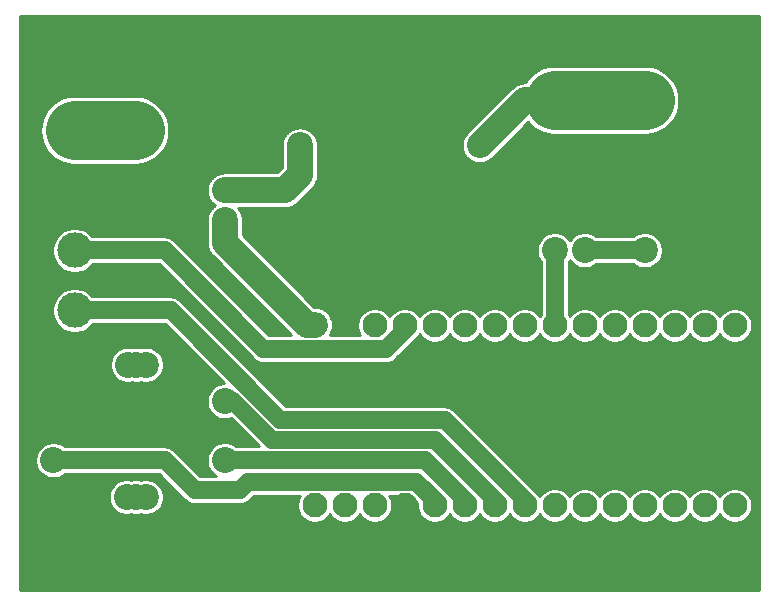
<source format=gbr>
%TF.GenerationSoftware,KiCad,Pcbnew,(5.1.6)-1*%
%TF.CreationDate,2022-08-01T13:49:51-05:00*%
%TF.ProjectId,vacuum_pcb,76616375-756d-45f7-9063-622e6b696361,rev?*%
%TF.SameCoordinates,Original*%
%TF.FileFunction,Copper,L2,Bot*%
%TF.FilePolarity,Positive*%
%FSLAX46Y46*%
G04 Gerber Fmt 4.6, Leading zero omitted, Abs format (unit mm)*
G04 Created by KiCad (PCBNEW (5.1.6)-1) date 2022-08-01 13:49:51*
%MOMM*%
%LPD*%
G01*
G04 APERTURE LIST*
%TA.AperFunction,ComponentPad*%
%ADD10C,2.100000*%
%TD*%
%TA.AperFunction,ComponentPad*%
%ADD11C,2.200000*%
%TD*%
%TA.AperFunction,ComponentPad*%
%ADD12C,3.000000*%
%TD*%
%TA.AperFunction,ViaPad*%
%ADD13C,3.400000*%
%TD*%
%TA.AperFunction,ViaPad*%
%ADD14C,3.000000*%
%TD*%
%TA.AperFunction,Conductor*%
%ADD15C,1.500000*%
%TD*%
%TA.AperFunction,Conductor*%
%ADD16C,2.200000*%
%TD*%
%TA.AperFunction,Conductor*%
%ADD17C,5.000000*%
%TD*%
%TA.AperFunction,Conductor*%
%ADD18C,0.254000*%
%TD*%
G04 APERTURE END LIST*
D10*
%TO.P,U1,1*%
%TO.N,Net-(J2-Pad1)*%
X25400000Y22860000D03*
%TO.P,U1,2*%
%TO.N,GND*%
X27940000Y22860000D03*
%TO.P,U1,3*%
%TO.N,Net-(U1-Pad3)*%
X30480000Y22860000D03*
%TO.P,U1,4*%
%TO.N,Net-(J3-Pad2)*%
X33020000Y22860000D03*
%TO.P,U1,5*%
%TO.N,Net-(U1-Pad5)*%
X35560000Y22860000D03*
%TO.P,U1,6*%
%TO.N,Net-(U1-Pad6)*%
X38100000Y22860000D03*
%TO.P,U1,7*%
%TO.N,Net-(U1-Pad7)*%
X40640000Y22860000D03*
%TO.P,U1,8*%
%TO.N,Net-(U1-Pad8)*%
X43180000Y22860000D03*
%TO.P,U1,9*%
%TO.N,Net-(D1-Pad2)*%
X45720000Y22860000D03*
%TO.P,U1,10*%
%TO.N,Net-(U1-Pad10)*%
X48260000Y22860000D03*
%TO.P,U1,11*%
%TO.N,Net-(U1-Pad11)*%
X50800000Y22860000D03*
%TO.P,U1,12*%
%TO.N,Net-(U1-Pad12)*%
X53340000Y22860000D03*
%TO.P,U1,13*%
%TO.N,Net-(U1-Pad13)*%
X55880000Y22860000D03*
%TO.P,U1,14*%
%TO.N,Net-(U1-Pad14)*%
X58420000Y22860000D03*
%TO.P,U1,15*%
%TO.N,Net-(U1-Pad15)*%
X60960000Y22860000D03*
%TO.P,U1,16*%
%TO.N,Net-(U1-Pad16)*%
X60960000Y7620000D03*
%TO.P,U1,17*%
%TO.N,Net-(U1-Pad17)*%
X58420000Y7620000D03*
%TO.P,U1,18*%
%TO.N,Net-(U1-Pad18)*%
X55880000Y7620000D03*
%TO.P,U1,19*%
%TO.N,Net-(U1-Pad19)*%
X53340000Y7620000D03*
%TO.P,U1,20*%
%TO.N,Net-(U1-Pad20)*%
X50800000Y7620000D03*
%TO.P,U1,21*%
%TO.N,Net-(U1-Pad21)*%
X48260000Y7620000D03*
%TO.P,U1,22*%
%TO.N,Net-(U1-Pad22)*%
X45720000Y7620000D03*
%TO.P,U1,23*%
%TO.N,Net-(J3-Pad1)*%
X43180000Y7620000D03*
%TO.P,U1,24*%
%TO.N,Net-(SW1-PadB)*%
X40640000Y7620000D03*
%TO.P,U1,25*%
%TO.N,Net-(SW1-PadA)*%
X38100000Y7620000D03*
%TO.P,U1,26*%
%TO.N,Net-(SW1-PadS1)*%
X35560000Y7620000D03*
%TO.P,U1,27*%
%TO.N,GND*%
X33020000Y7620000D03*
%TO.P,U1,28*%
%TO.N,Net-(U1-Pad28)*%
X30480000Y7620000D03*
%TO.P,U1,29*%
%TO.N,Net-(U1-Pad29)*%
X27940000Y7620000D03*
%TO.P,U1,30*%
%TO.N,Net-(U1-Pad30)*%
X25400000Y7620000D03*
%TD*%
D11*
%TO.P,M1,1*%
%TO.N,GND*%
X39370000Y29210000D03*
%TO.P,M1,2*%
X24130000Y29210000D03*
%TO.P,M1,3*%
%TO.N,Net-(J2-Pad2)*%
X24130000Y38100000D03*
%TO.P,M1,4*%
%TO.N,Net-(J1-Pad1)*%
X39370000Y38100000D03*
%TD*%
%TO.P,D1,2*%
%TO.N,Net-(D1-Pad2)*%
X45720000Y29210000D03*
%TO.P,D1,1*%
%TO.N,Net-(D1-Pad1)*%
X48260000Y29210000D03*
%TD*%
%TO.P,J2,1*%
%TO.N,Net-(J2-Pad1)*%
X17780000Y31750000D03*
%TO.P,J2,2*%
%TO.N,Net-(J2-Pad2)*%
X17780000Y34290000D03*
%TD*%
%TO.P,R1,1*%
%TO.N,Net-(D1-Pad1)*%
X53340000Y29210000D03*
%TO.P,R1,2*%
%TO.N,GND*%
X60960000Y29210000D03*
%TD*%
%TO.P,SW1,S2*%
%TO.N,GND*%
X3280000Y16430000D03*
%TO.P,SW1,S1*%
%TO.N,Net-(SW1-PadS1)*%
X3280000Y11430000D03*
%TO.P,SW1,MP*%
%TO.N,N/C*%
X10280000Y19530000D03*
X10280000Y8330000D03*
%TO.P,SW1,B*%
%TO.N,Net-(SW1-PadB)*%
X17780000Y16430000D03*
%TO.P,SW1,C*%
%TO.N,GND*%
X17780000Y13930000D03*
%TO.P,SW1,A*%
%TO.N,Net-(SW1-PadA)*%
X17780000Y11430000D03*
%TO.P,SW1,MP*%
%TO.N,N/C*%
X11080000Y8330000D03*
X9480000Y8330000D03*
X11080000Y19530000D03*
X9580000Y19530000D03*
%TD*%
%TO.P,J1,1*%
%TO.N,Net-(J1-Pad1)*%
X53340000Y41910000D03*
%TO.P,J1,2*%
%TO.N,GND*%
X53340000Y36830000D03*
%TD*%
D12*
%TO.P,J3,1*%
%TO.N,Net-(J3-Pad1)*%
X5080000Y24130000D03*
%TO.P,J3,2*%
%TO.N,Net-(J3-Pad2)*%
X5080000Y29210000D03*
%TO.P,J3,3*%
%TO.N,GND*%
X5080000Y34290000D03*
%TO.P,J3,4*%
%TO.N,Net-(J1-Pad1)*%
X5080000Y39370000D03*
%TD*%
D13*
%TO.N,GND*%
X2540000Y46990000D03*
X60960000Y46990000D03*
X60960000Y2540000D03*
X2540000Y2540000D03*
D14*
%TO.N,Net-(J1-Pad1)*%
X10160000Y39370000D03*
X45720000Y41910000D03*
%TD*%
D15*
%TO.N,Net-(D1-Pad1)*%
X48260000Y29210000D02*
X53340000Y29210000D01*
%TO.N,Net-(D1-Pad2)*%
X45720000Y22860000D02*
X45720000Y29210000D01*
%TO.N,Net-(SW1-PadB)*%
X35549993Y13130009D02*
X40640000Y8040002D01*
X40640000Y8040002D02*
X40640000Y7620000D01*
X18495000Y16430000D02*
X21794990Y13130010D01*
X21794990Y13130010D02*
X35549993Y13130009D01*
X17780000Y16430000D02*
X18495000Y16430000D01*
%TO.N,Net-(SW1-PadA)*%
X38100000Y8040002D02*
X38100000Y7620000D01*
X34710002Y11430000D02*
X38100000Y8040002D01*
X17780000Y11430000D02*
X34710002Y11430000D01*
D16*
%TO.N,Net-(J2-Pad1)*%
X17780000Y31750000D02*
X17780000Y29845000D01*
X24714991Y22910009D02*
X25400000Y22910009D01*
X17780000Y29845000D02*
X24714991Y22910009D01*
D17*
%TO.N,Net-(J1-Pad1)*%
X5080000Y39370000D02*
X10160000Y39370000D01*
X53340000Y41910000D02*
X45720000Y41910000D01*
D16*
X43180000Y41910000D02*
X39370000Y38100000D01*
X45720000Y41910000D02*
X45720000Y41910000D01*
D17*
X10160000Y39370000D02*
X10160000Y39370000D01*
D16*
X45720000Y41910000D02*
X43180000Y41910000D01*
%TO.N,Net-(J2-Pad2)*%
X24130000Y38100000D02*
X24130000Y35560000D01*
X22860000Y34290000D02*
X17780000Y34290000D01*
X24130000Y35560000D02*
X22860000Y34290000D01*
D15*
%TO.N,Net-(J3-Pad1)*%
X36389983Y14830019D02*
X22499157Y14830019D01*
X43180000Y7620000D02*
X43180000Y8040002D01*
X43180000Y8040002D02*
X36389983Y14830019D01*
X13199176Y24130000D02*
X22499157Y14830019D01*
X5080000Y24130000D02*
X13199176Y24130000D01*
%TO.N,Net-(J3-Pad2)*%
X31440001Y20859999D02*
X33020000Y22439998D01*
X33020000Y22439998D02*
X33020000Y22860000D01*
X21050001Y20859999D02*
X31440001Y20859999D01*
X5080000Y29210000D02*
X12700000Y29210000D01*
X12700000Y29210000D02*
X21050001Y20859999D01*
%TO.N,Net-(SW1-PadS1)*%
X35560000Y8040002D02*
X35560000Y7620000D01*
X3280000Y11430000D02*
X12700000Y11430000D01*
X33980001Y9620001D02*
X35560000Y8040002D01*
X19050000Y8890000D02*
X19780001Y9620001D01*
X12700000Y11430000D02*
X15240000Y8890000D01*
X15240000Y8890000D02*
X19050000Y8890000D01*
X19780001Y9620001D02*
X33980001Y9620001D01*
%TD*%
D18*
%TO.N,GND*%
G36*
X63048000Y452000D02*
G01*
X452000Y452000D01*
X452000Y8480396D01*
X7953000Y8480396D01*
X7953000Y8179604D01*
X8011681Y7884590D01*
X8126790Y7606694D01*
X8293901Y7356594D01*
X8506594Y7143901D01*
X8756694Y6976790D01*
X9034590Y6861681D01*
X9329604Y6803000D01*
X9630396Y6803000D01*
X9880000Y6852649D01*
X10129604Y6803000D01*
X10430396Y6803000D01*
X10680000Y6852649D01*
X10929604Y6803000D01*
X11230396Y6803000D01*
X11525410Y6861681D01*
X11803306Y6976790D01*
X12053406Y7143901D01*
X12266099Y7356594D01*
X12433210Y7606694D01*
X12548319Y7884590D01*
X12607000Y8179604D01*
X12607000Y8480396D01*
X12548319Y8775410D01*
X12433210Y9053306D01*
X12266099Y9303406D01*
X12053406Y9516099D01*
X11803306Y9683210D01*
X11525410Y9798319D01*
X11230396Y9857000D01*
X10929604Y9857000D01*
X10680000Y9807351D01*
X10430396Y9857000D01*
X10129604Y9857000D01*
X9880000Y9807351D01*
X9630396Y9857000D01*
X9329604Y9857000D01*
X9034590Y9798319D01*
X8756694Y9683210D01*
X8506594Y9516099D01*
X8293901Y9303406D01*
X8126790Y9053306D01*
X8011681Y8775410D01*
X7953000Y8480396D01*
X452000Y8480396D01*
X452000Y11580396D01*
X1753000Y11580396D01*
X1753000Y11279604D01*
X1811681Y10984590D01*
X1926790Y10706694D01*
X2093901Y10456594D01*
X2306594Y10243901D01*
X2556694Y10076790D01*
X2834590Y9961681D01*
X3129604Y9903000D01*
X3430396Y9903000D01*
X3725410Y9961681D01*
X4003306Y10076790D01*
X4253406Y10243901D01*
X4262505Y10253000D01*
X12212472Y10253000D01*
X14366853Y8098618D01*
X14403709Y8053709D01*
X14582930Y7906626D01*
X14787403Y7797333D01*
X15009268Y7730031D01*
X15182188Y7713000D01*
X15182197Y7713000D01*
X15239999Y7707307D01*
X15297801Y7713000D01*
X18992188Y7713000D01*
X19050000Y7707306D01*
X19107812Y7713000D01*
X19280732Y7730031D01*
X19502597Y7797333D01*
X19707070Y7906626D01*
X19886291Y8053709D01*
X19923151Y8098623D01*
X20267529Y8443001D01*
X24173538Y8443001D01*
X24091099Y8319622D01*
X23979760Y8050825D01*
X23923000Y7765472D01*
X23923000Y7474528D01*
X23979760Y7189175D01*
X24091099Y6920378D01*
X24252739Y6678467D01*
X24458467Y6472739D01*
X24700378Y6311099D01*
X24969175Y6199760D01*
X25254528Y6143000D01*
X25545472Y6143000D01*
X25830825Y6199760D01*
X26099622Y6311099D01*
X26341533Y6472739D01*
X26547261Y6678467D01*
X26670000Y6862159D01*
X26792739Y6678467D01*
X26998467Y6472739D01*
X27240378Y6311099D01*
X27509175Y6199760D01*
X27794528Y6143000D01*
X28085472Y6143000D01*
X28370825Y6199760D01*
X28639622Y6311099D01*
X28881533Y6472739D01*
X29087261Y6678467D01*
X29210000Y6862159D01*
X29332739Y6678467D01*
X29538467Y6472739D01*
X29780378Y6311099D01*
X30049175Y6199760D01*
X30334528Y6143000D01*
X30625472Y6143000D01*
X30910825Y6199760D01*
X31179622Y6311099D01*
X31421533Y6472739D01*
X31627261Y6678467D01*
X31788901Y6920378D01*
X31900240Y7189175D01*
X31957000Y7474528D01*
X31957000Y7765472D01*
X31900240Y8050825D01*
X31788901Y8319622D01*
X31706462Y8443001D01*
X33492473Y8443001D01*
X34097434Y7838039D01*
X34083000Y7765472D01*
X34083000Y7474528D01*
X34139760Y7189175D01*
X34251099Y6920378D01*
X34412739Y6678467D01*
X34618467Y6472739D01*
X34860378Y6311099D01*
X35129175Y6199760D01*
X35414528Y6143000D01*
X35705472Y6143000D01*
X35990825Y6199760D01*
X36259622Y6311099D01*
X36501533Y6472739D01*
X36707261Y6678467D01*
X36830000Y6862159D01*
X36952739Y6678467D01*
X37158467Y6472739D01*
X37400378Y6311099D01*
X37669175Y6199760D01*
X37954528Y6143000D01*
X38245472Y6143000D01*
X38530825Y6199760D01*
X38799622Y6311099D01*
X39041533Y6472739D01*
X39247261Y6678467D01*
X39370000Y6862159D01*
X39492739Y6678467D01*
X39698467Y6472739D01*
X39940378Y6311099D01*
X40209175Y6199760D01*
X40494528Y6143000D01*
X40785472Y6143000D01*
X41070825Y6199760D01*
X41339622Y6311099D01*
X41581533Y6472739D01*
X41787261Y6678467D01*
X41910000Y6862159D01*
X42032739Y6678467D01*
X42238467Y6472739D01*
X42480378Y6311099D01*
X42749175Y6199760D01*
X43034528Y6143000D01*
X43325472Y6143000D01*
X43610825Y6199760D01*
X43879622Y6311099D01*
X44121533Y6472739D01*
X44327261Y6678467D01*
X44450000Y6862159D01*
X44572739Y6678467D01*
X44778467Y6472739D01*
X45020378Y6311099D01*
X45289175Y6199760D01*
X45574528Y6143000D01*
X45865472Y6143000D01*
X46150825Y6199760D01*
X46419622Y6311099D01*
X46661533Y6472739D01*
X46867261Y6678467D01*
X46990000Y6862159D01*
X47112739Y6678467D01*
X47318467Y6472739D01*
X47560378Y6311099D01*
X47829175Y6199760D01*
X48114528Y6143000D01*
X48405472Y6143000D01*
X48690825Y6199760D01*
X48959622Y6311099D01*
X49201533Y6472739D01*
X49407261Y6678467D01*
X49530000Y6862159D01*
X49652739Y6678467D01*
X49858467Y6472739D01*
X50100378Y6311099D01*
X50369175Y6199760D01*
X50654528Y6143000D01*
X50945472Y6143000D01*
X51230825Y6199760D01*
X51499622Y6311099D01*
X51741533Y6472739D01*
X51947261Y6678467D01*
X52070000Y6862159D01*
X52192739Y6678467D01*
X52398467Y6472739D01*
X52640378Y6311099D01*
X52909175Y6199760D01*
X53194528Y6143000D01*
X53485472Y6143000D01*
X53770825Y6199760D01*
X54039622Y6311099D01*
X54281533Y6472739D01*
X54487261Y6678467D01*
X54610000Y6862159D01*
X54732739Y6678467D01*
X54938467Y6472739D01*
X55180378Y6311099D01*
X55449175Y6199760D01*
X55734528Y6143000D01*
X56025472Y6143000D01*
X56310825Y6199760D01*
X56579622Y6311099D01*
X56821533Y6472739D01*
X57027261Y6678467D01*
X57150000Y6862159D01*
X57272739Y6678467D01*
X57478467Y6472739D01*
X57720378Y6311099D01*
X57989175Y6199760D01*
X58274528Y6143000D01*
X58565472Y6143000D01*
X58850825Y6199760D01*
X59119622Y6311099D01*
X59361533Y6472739D01*
X59567261Y6678467D01*
X59690000Y6862159D01*
X59812739Y6678467D01*
X60018467Y6472739D01*
X60260378Y6311099D01*
X60529175Y6199760D01*
X60814528Y6143000D01*
X61105472Y6143000D01*
X61390825Y6199760D01*
X61659622Y6311099D01*
X61901533Y6472739D01*
X62107261Y6678467D01*
X62268901Y6920378D01*
X62380240Y7189175D01*
X62437000Y7474528D01*
X62437000Y7765472D01*
X62380240Y8050825D01*
X62268901Y8319622D01*
X62107261Y8561533D01*
X61901533Y8767261D01*
X61659622Y8928901D01*
X61390825Y9040240D01*
X61105472Y9097000D01*
X60814528Y9097000D01*
X60529175Y9040240D01*
X60260378Y8928901D01*
X60018467Y8767261D01*
X59812739Y8561533D01*
X59690000Y8377841D01*
X59567261Y8561533D01*
X59361533Y8767261D01*
X59119622Y8928901D01*
X58850825Y9040240D01*
X58565472Y9097000D01*
X58274528Y9097000D01*
X57989175Y9040240D01*
X57720378Y8928901D01*
X57478467Y8767261D01*
X57272739Y8561533D01*
X57150000Y8377841D01*
X57027261Y8561533D01*
X56821533Y8767261D01*
X56579622Y8928901D01*
X56310825Y9040240D01*
X56025472Y9097000D01*
X55734528Y9097000D01*
X55449175Y9040240D01*
X55180378Y8928901D01*
X54938467Y8767261D01*
X54732739Y8561533D01*
X54610000Y8377841D01*
X54487261Y8561533D01*
X54281533Y8767261D01*
X54039622Y8928901D01*
X53770825Y9040240D01*
X53485472Y9097000D01*
X53194528Y9097000D01*
X52909175Y9040240D01*
X52640378Y8928901D01*
X52398467Y8767261D01*
X52192739Y8561533D01*
X52070000Y8377841D01*
X51947261Y8561533D01*
X51741533Y8767261D01*
X51499622Y8928901D01*
X51230825Y9040240D01*
X50945472Y9097000D01*
X50654528Y9097000D01*
X50369175Y9040240D01*
X50100378Y8928901D01*
X49858467Y8767261D01*
X49652739Y8561533D01*
X49530000Y8377841D01*
X49407261Y8561533D01*
X49201533Y8767261D01*
X48959622Y8928901D01*
X48690825Y9040240D01*
X48405472Y9097000D01*
X48114528Y9097000D01*
X47829175Y9040240D01*
X47560378Y8928901D01*
X47318467Y8767261D01*
X47112739Y8561533D01*
X46990000Y8377841D01*
X46867261Y8561533D01*
X46661533Y8767261D01*
X46419622Y8928901D01*
X46150825Y9040240D01*
X45865472Y9097000D01*
X45574528Y9097000D01*
X45289175Y9040240D01*
X45020378Y8928901D01*
X44778467Y8767261D01*
X44572739Y8561533D01*
X44450000Y8377841D01*
X44327261Y8561533D01*
X44121533Y8767261D01*
X44086634Y8790580D01*
X44016291Y8876293D01*
X43971383Y8913148D01*
X37263134Y15621396D01*
X37226274Y15666310D01*
X37047053Y15813393D01*
X36842580Y15922686D01*
X36620715Y15989988D01*
X36447795Y16007019D01*
X36389983Y16012713D01*
X36332171Y16007019D01*
X22986686Y16007019D01*
X14072327Y24921377D01*
X14035467Y24966291D01*
X13856246Y25113374D01*
X13651773Y25222667D01*
X13429908Y25289969D01*
X13256988Y25307000D01*
X13199176Y25312694D01*
X13141364Y25307000D01*
X6611137Y25307000D01*
X6576799Y25358391D01*
X6308391Y25626799D01*
X5992777Y25837685D01*
X5642085Y25982947D01*
X5269793Y26057000D01*
X4890207Y26057000D01*
X4517915Y25982947D01*
X4167223Y25837685D01*
X3851609Y25626799D01*
X3583201Y25358391D01*
X3372315Y25042777D01*
X3227053Y24692085D01*
X3153000Y24319793D01*
X3153000Y23940207D01*
X3227053Y23567915D01*
X3372315Y23217223D01*
X3583201Y22901609D01*
X3851609Y22633201D01*
X4167223Y22422315D01*
X4517915Y22277053D01*
X4890207Y22203000D01*
X5269793Y22203000D01*
X5642085Y22277053D01*
X5992777Y22422315D01*
X6308391Y22633201D01*
X6576799Y22901609D01*
X6611137Y22953000D01*
X12711648Y22953000D01*
X17707647Y17957000D01*
X17629604Y17957000D01*
X17334590Y17898319D01*
X17056694Y17783210D01*
X16806594Y17616099D01*
X16593901Y17403406D01*
X16426790Y17153306D01*
X16311681Y16875410D01*
X16253000Y16580396D01*
X16253000Y16279604D01*
X16311681Y15984590D01*
X16426790Y15706694D01*
X16593901Y15456594D01*
X16806594Y15243901D01*
X17056694Y15076790D01*
X17334590Y14961681D01*
X17629604Y14903000D01*
X17930396Y14903000D01*
X18225410Y14961681D01*
X18277298Y14983174D01*
X20653470Y12607000D01*
X18762505Y12607000D01*
X18753406Y12616099D01*
X18503306Y12783210D01*
X18225410Y12898319D01*
X17930396Y12957000D01*
X17629604Y12957000D01*
X17334590Y12898319D01*
X17056694Y12783210D01*
X16806594Y12616099D01*
X16593901Y12403406D01*
X16426790Y12153306D01*
X16311681Y11875410D01*
X16253000Y11580396D01*
X16253000Y11279604D01*
X16311681Y10984590D01*
X16426790Y10706694D01*
X16593901Y10456594D01*
X16806594Y10243901D01*
X17056694Y10076790D01*
X17080329Y10067000D01*
X15727529Y10067000D01*
X13573151Y12221377D01*
X13536291Y12266291D01*
X13357070Y12413374D01*
X13152597Y12522667D01*
X12930732Y12589969D01*
X12757812Y12607000D01*
X12700000Y12612694D01*
X12642188Y12607000D01*
X4262505Y12607000D01*
X4253406Y12616099D01*
X4003306Y12783210D01*
X3725410Y12898319D01*
X3430396Y12957000D01*
X3129604Y12957000D01*
X2834590Y12898319D01*
X2556694Y12783210D01*
X2306594Y12616099D01*
X2093901Y12403406D01*
X1926790Y12153306D01*
X1811681Y11875410D01*
X1753000Y11580396D01*
X452000Y11580396D01*
X452000Y19680396D01*
X8053000Y19680396D01*
X8053000Y19379604D01*
X8111681Y19084590D01*
X8226790Y18806694D01*
X8393901Y18556594D01*
X8606594Y18343901D01*
X8856694Y18176790D01*
X9134590Y18061681D01*
X9429604Y18003000D01*
X9730396Y18003000D01*
X9930000Y18042703D01*
X10129604Y18003000D01*
X10430396Y18003000D01*
X10680000Y18052649D01*
X10929604Y18003000D01*
X11230396Y18003000D01*
X11525410Y18061681D01*
X11803306Y18176790D01*
X12053406Y18343901D01*
X12266099Y18556594D01*
X12433210Y18806694D01*
X12548319Y19084590D01*
X12607000Y19379604D01*
X12607000Y19680396D01*
X12548319Y19975410D01*
X12433210Y20253306D01*
X12266099Y20503406D01*
X12053406Y20716099D01*
X11803306Y20883210D01*
X11525410Y20998319D01*
X11230396Y21057000D01*
X10929604Y21057000D01*
X10680000Y21007351D01*
X10430396Y21057000D01*
X10129604Y21057000D01*
X9930000Y21017297D01*
X9730396Y21057000D01*
X9429604Y21057000D01*
X9134590Y20998319D01*
X8856694Y20883210D01*
X8606594Y20716099D01*
X8393901Y20503406D01*
X8226790Y20253306D01*
X8111681Y19975410D01*
X8053000Y19680396D01*
X452000Y19680396D01*
X452000Y29399793D01*
X3153000Y29399793D01*
X3153000Y29020207D01*
X3227053Y28647915D01*
X3372315Y28297223D01*
X3583201Y27981609D01*
X3851609Y27713201D01*
X4167223Y27502315D01*
X4517915Y27357053D01*
X4890207Y27283000D01*
X5269793Y27283000D01*
X5642085Y27357053D01*
X5992777Y27502315D01*
X6308391Y27713201D01*
X6576799Y27981609D01*
X6611137Y28033000D01*
X12212472Y28033000D01*
X20176859Y20068611D01*
X20213710Y20023708D01*
X20392931Y19876625D01*
X20597404Y19767332D01*
X20819269Y19700030D01*
X21050001Y19677305D01*
X21107813Y19682999D01*
X31382189Y19682999D01*
X31440001Y19677305D01*
X31497813Y19682999D01*
X31670733Y19700030D01*
X31892598Y19767332D01*
X32097071Y19876625D01*
X32276292Y20023708D01*
X32313152Y20068622D01*
X33811383Y21566853D01*
X33856291Y21603707D01*
X33926634Y21689420D01*
X33961533Y21712739D01*
X34167261Y21918467D01*
X34290000Y22102159D01*
X34412739Y21918467D01*
X34618467Y21712739D01*
X34860378Y21551099D01*
X35129175Y21439760D01*
X35414528Y21383000D01*
X35705472Y21383000D01*
X35990825Y21439760D01*
X36259622Y21551099D01*
X36501533Y21712739D01*
X36707261Y21918467D01*
X36830000Y22102159D01*
X36952739Y21918467D01*
X37158467Y21712739D01*
X37400378Y21551099D01*
X37669175Y21439760D01*
X37954528Y21383000D01*
X38245472Y21383000D01*
X38530825Y21439760D01*
X38799622Y21551099D01*
X39041533Y21712739D01*
X39247261Y21918467D01*
X39370000Y22102159D01*
X39492739Y21918467D01*
X39698467Y21712739D01*
X39940378Y21551099D01*
X40209175Y21439760D01*
X40494528Y21383000D01*
X40785472Y21383000D01*
X41070825Y21439760D01*
X41339622Y21551099D01*
X41581533Y21712739D01*
X41787261Y21918467D01*
X41910000Y22102159D01*
X42032739Y21918467D01*
X42238467Y21712739D01*
X42480378Y21551099D01*
X42749175Y21439760D01*
X43034528Y21383000D01*
X43325472Y21383000D01*
X43610825Y21439760D01*
X43879622Y21551099D01*
X44121533Y21712739D01*
X44327261Y21918467D01*
X44450000Y22102159D01*
X44572739Y21918467D01*
X44778467Y21712739D01*
X45020378Y21551099D01*
X45289175Y21439760D01*
X45574528Y21383000D01*
X45865472Y21383000D01*
X46150825Y21439760D01*
X46419622Y21551099D01*
X46661533Y21712739D01*
X46867261Y21918467D01*
X46990000Y22102159D01*
X47112739Y21918467D01*
X47318467Y21712739D01*
X47560378Y21551099D01*
X47829175Y21439760D01*
X48114528Y21383000D01*
X48405472Y21383000D01*
X48690825Y21439760D01*
X48959622Y21551099D01*
X49201533Y21712739D01*
X49407261Y21918467D01*
X49530000Y22102159D01*
X49652739Y21918467D01*
X49858467Y21712739D01*
X50100378Y21551099D01*
X50369175Y21439760D01*
X50654528Y21383000D01*
X50945472Y21383000D01*
X51230825Y21439760D01*
X51499622Y21551099D01*
X51741533Y21712739D01*
X51947261Y21918467D01*
X52070000Y22102159D01*
X52192739Y21918467D01*
X52398467Y21712739D01*
X52640378Y21551099D01*
X52909175Y21439760D01*
X53194528Y21383000D01*
X53485472Y21383000D01*
X53770825Y21439760D01*
X54039622Y21551099D01*
X54281533Y21712739D01*
X54487261Y21918467D01*
X54610000Y22102159D01*
X54732739Y21918467D01*
X54938467Y21712739D01*
X55180378Y21551099D01*
X55449175Y21439760D01*
X55734528Y21383000D01*
X56025472Y21383000D01*
X56310825Y21439760D01*
X56579622Y21551099D01*
X56821533Y21712739D01*
X57027261Y21918467D01*
X57150000Y22102159D01*
X57272739Y21918467D01*
X57478467Y21712739D01*
X57720378Y21551099D01*
X57989175Y21439760D01*
X58274528Y21383000D01*
X58565472Y21383000D01*
X58850825Y21439760D01*
X59119622Y21551099D01*
X59361533Y21712739D01*
X59567261Y21918467D01*
X59690000Y22102159D01*
X59812739Y21918467D01*
X60018467Y21712739D01*
X60260378Y21551099D01*
X60529175Y21439760D01*
X60814528Y21383000D01*
X61105472Y21383000D01*
X61390825Y21439760D01*
X61659622Y21551099D01*
X61901533Y21712739D01*
X62107261Y21918467D01*
X62268901Y22160378D01*
X62380240Y22429175D01*
X62437000Y22714528D01*
X62437000Y23005472D01*
X62380240Y23290825D01*
X62268901Y23559622D01*
X62107261Y23801533D01*
X61901533Y24007261D01*
X61659622Y24168901D01*
X61390825Y24280240D01*
X61105472Y24337000D01*
X60814528Y24337000D01*
X60529175Y24280240D01*
X60260378Y24168901D01*
X60018467Y24007261D01*
X59812739Y23801533D01*
X59690000Y23617841D01*
X59567261Y23801533D01*
X59361533Y24007261D01*
X59119622Y24168901D01*
X58850825Y24280240D01*
X58565472Y24337000D01*
X58274528Y24337000D01*
X57989175Y24280240D01*
X57720378Y24168901D01*
X57478467Y24007261D01*
X57272739Y23801533D01*
X57150000Y23617841D01*
X57027261Y23801533D01*
X56821533Y24007261D01*
X56579622Y24168901D01*
X56310825Y24280240D01*
X56025472Y24337000D01*
X55734528Y24337000D01*
X55449175Y24280240D01*
X55180378Y24168901D01*
X54938467Y24007261D01*
X54732739Y23801533D01*
X54610000Y23617841D01*
X54487261Y23801533D01*
X54281533Y24007261D01*
X54039622Y24168901D01*
X53770825Y24280240D01*
X53485472Y24337000D01*
X53194528Y24337000D01*
X52909175Y24280240D01*
X52640378Y24168901D01*
X52398467Y24007261D01*
X52192739Y23801533D01*
X52070000Y23617841D01*
X51947261Y23801533D01*
X51741533Y24007261D01*
X51499622Y24168901D01*
X51230825Y24280240D01*
X50945472Y24337000D01*
X50654528Y24337000D01*
X50369175Y24280240D01*
X50100378Y24168901D01*
X49858467Y24007261D01*
X49652739Y23801533D01*
X49530000Y23617841D01*
X49407261Y23801533D01*
X49201533Y24007261D01*
X48959622Y24168901D01*
X48690825Y24280240D01*
X48405472Y24337000D01*
X48114528Y24337000D01*
X47829175Y24280240D01*
X47560378Y24168901D01*
X47318467Y24007261D01*
X47112739Y23801533D01*
X46990000Y23617841D01*
X46897000Y23757026D01*
X46897000Y28227495D01*
X46906099Y28236594D01*
X46990000Y28362161D01*
X47073901Y28236594D01*
X47286594Y28023901D01*
X47536694Y27856790D01*
X47814590Y27741681D01*
X48109604Y27683000D01*
X48410396Y27683000D01*
X48705410Y27741681D01*
X48983306Y27856790D01*
X49233406Y28023901D01*
X49242505Y28033000D01*
X52357495Y28033000D01*
X52366594Y28023901D01*
X52616694Y27856790D01*
X52894590Y27741681D01*
X53189604Y27683000D01*
X53490396Y27683000D01*
X53785410Y27741681D01*
X54063306Y27856790D01*
X54313406Y28023901D01*
X54526099Y28236594D01*
X54693210Y28486694D01*
X54808319Y28764590D01*
X54867000Y29059604D01*
X54867000Y29360396D01*
X54808319Y29655410D01*
X54693210Y29933306D01*
X54526099Y30183406D01*
X54313406Y30396099D01*
X54063306Y30563210D01*
X53785410Y30678319D01*
X53490396Y30737000D01*
X53189604Y30737000D01*
X52894590Y30678319D01*
X52616694Y30563210D01*
X52366594Y30396099D01*
X52357495Y30387000D01*
X49242505Y30387000D01*
X49233406Y30396099D01*
X48983306Y30563210D01*
X48705410Y30678319D01*
X48410396Y30737000D01*
X48109604Y30737000D01*
X47814590Y30678319D01*
X47536694Y30563210D01*
X47286594Y30396099D01*
X47073901Y30183406D01*
X46990000Y30057839D01*
X46906099Y30183406D01*
X46693406Y30396099D01*
X46443306Y30563210D01*
X46165410Y30678319D01*
X45870396Y30737000D01*
X45569604Y30737000D01*
X45274590Y30678319D01*
X44996694Y30563210D01*
X44746594Y30396099D01*
X44533901Y30183406D01*
X44366790Y29933306D01*
X44251681Y29655410D01*
X44193000Y29360396D01*
X44193000Y29059604D01*
X44251681Y28764590D01*
X44366790Y28486694D01*
X44533901Y28236594D01*
X44543001Y28227494D01*
X44543000Y23757026D01*
X44450000Y23617841D01*
X44327261Y23801533D01*
X44121533Y24007261D01*
X43879622Y24168901D01*
X43610825Y24280240D01*
X43325472Y24337000D01*
X43034528Y24337000D01*
X42749175Y24280240D01*
X42480378Y24168901D01*
X42238467Y24007261D01*
X42032739Y23801533D01*
X41910000Y23617841D01*
X41787261Y23801533D01*
X41581533Y24007261D01*
X41339622Y24168901D01*
X41070825Y24280240D01*
X40785472Y24337000D01*
X40494528Y24337000D01*
X40209175Y24280240D01*
X39940378Y24168901D01*
X39698467Y24007261D01*
X39492739Y23801533D01*
X39370000Y23617841D01*
X39247261Y23801533D01*
X39041533Y24007261D01*
X38799622Y24168901D01*
X38530825Y24280240D01*
X38245472Y24337000D01*
X37954528Y24337000D01*
X37669175Y24280240D01*
X37400378Y24168901D01*
X37158467Y24007261D01*
X36952739Y23801533D01*
X36830000Y23617841D01*
X36707261Y23801533D01*
X36501533Y24007261D01*
X36259622Y24168901D01*
X35990825Y24280240D01*
X35705472Y24337000D01*
X35414528Y24337000D01*
X35129175Y24280240D01*
X34860378Y24168901D01*
X34618467Y24007261D01*
X34412739Y23801533D01*
X34290000Y23617841D01*
X34167261Y23801533D01*
X33961533Y24007261D01*
X33719622Y24168901D01*
X33450825Y24280240D01*
X33165472Y24337000D01*
X32874528Y24337000D01*
X32589175Y24280240D01*
X32320378Y24168901D01*
X32078467Y24007261D01*
X31872739Y23801533D01*
X31750000Y23617841D01*
X31627261Y23801533D01*
X31421533Y24007261D01*
X31179622Y24168901D01*
X30910825Y24280240D01*
X30625472Y24337000D01*
X30334528Y24337000D01*
X30049175Y24280240D01*
X29780378Y24168901D01*
X29538467Y24007261D01*
X29332739Y23801533D01*
X29171099Y23559622D01*
X29059760Y23290825D01*
X29003000Y23005472D01*
X29003000Y22714528D01*
X29059760Y22429175D01*
X29171099Y22160378D01*
X29253538Y22036999D01*
X26658932Y22036999D01*
X26675797Y22057549D01*
X26817590Y22322824D01*
X26904905Y22610665D01*
X26934388Y22910009D01*
X26904905Y23209353D01*
X26817590Y23497194D01*
X26675797Y23762469D01*
X26484976Y23994985D01*
X26252460Y24185806D01*
X25987185Y24327599D01*
X25699344Y24414914D01*
X25475011Y24437009D01*
X25347495Y24437009D01*
X19307000Y30477503D01*
X19307000Y31900396D01*
X19292293Y31974336D01*
X19284905Y32049344D01*
X19263027Y32121466D01*
X19248319Y32195410D01*
X19219468Y32265061D01*
X19197590Y32337185D01*
X19162059Y32403658D01*
X19133210Y32473306D01*
X19091326Y32535989D01*
X19055797Y32602460D01*
X19007985Y32660719D01*
X18966099Y32723406D01*
X18926505Y32763000D01*
X22784999Y32763000D01*
X22860000Y32755613D01*
X22935001Y32763000D01*
X22935011Y32763000D01*
X23159344Y32785095D01*
X23447185Y32872410D01*
X23712460Y33014203D01*
X23944976Y33205024D01*
X23992796Y33263293D01*
X25156711Y34427207D01*
X25214976Y34475024D01*
X25405797Y34707540D01*
X25547590Y34972815D01*
X25634905Y35260656D01*
X25657000Y35484989D01*
X25657000Y35484998D01*
X25664387Y35559999D01*
X25657000Y35635000D01*
X25657000Y38100000D01*
X37835613Y38100000D01*
X37843000Y38024999D01*
X37843000Y37949604D01*
X37857709Y37875654D01*
X37865096Y37800656D01*
X37886971Y37728543D01*
X37901681Y37654590D01*
X37930535Y37584930D01*
X37952411Y37512815D01*
X37987937Y37446350D01*
X38016790Y37376694D01*
X38058679Y37314003D01*
X38094204Y37247540D01*
X38142012Y37189285D01*
X38183901Y37126594D01*
X38237214Y37073281D01*
X38285024Y37015024D01*
X38343281Y36967214D01*
X38396594Y36913901D01*
X38459285Y36872012D01*
X38517540Y36824204D01*
X38584003Y36788679D01*
X38646694Y36746790D01*
X38716350Y36717937D01*
X38782815Y36682411D01*
X38854930Y36660535D01*
X38924590Y36631681D01*
X38998543Y36616971D01*
X39070656Y36595096D01*
X39145654Y36587709D01*
X39219604Y36573000D01*
X39294999Y36573000D01*
X39370000Y36565613D01*
X39445001Y36573000D01*
X39520396Y36573000D01*
X39594346Y36587709D01*
X39669344Y36595096D01*
X39741457Y36616971D01*
X39815410Y36631681D01*
X39885070Y36660535D01*
X39957185Y36682411D01*
X40023650Y36717937D01*
X40093306Y36746790D01*
X40155997Y36788679D01*
X40222460Y36824204D01*
X40280713Y36872011D01*
X40343406Y36913901D01*
X40556099Y37126594D01*
X40556103Y37126600D01*
X43468774Y40039270D01*
X43640284Y39830284D01*
X44085978Y39464513D01*
X44594466Y39192721D01*
X45146208Y39025352D01*
X45576212Y38983000D01*
X53483788Y38983000D01*
X53913792Y39025352D01*
X54465534Y39192721D01*
X54974022Y39464513D01*
X55419716Y39830284D01*
X55785487Y40275978D01*
X56057279Y40784466D01*
X56224648Y41336208D01*
X56281162Y41910000D01*
X56224648Y42483792D01*
X56057279Y43035534D01*
X55785487Y43544022D01*
X55419716Y43989716D01*
X54974022Y44355487D01*
X54465534Y44627279D01*
X53913792Y44794648D01*
X53483788Y44837000D01*
X45576212Y44837000D01*
X45146208Y44794648D01*
X44594466Y44627279D01*
X44085978Y44355487D01*
X43640284Y43989716D01*
X43274513Y43544022D01*
X43219194Y43440528D01*
X43180000Y43444388D01*
X42880655Y43414905D01*
X42760047Y43378319D01*
X42592815Y43327590D01*
X42327540Y43185797D01*
X42327538Y43185796D01*
X42327539Y43185796D01*
X42153288Y43042793D01*
X42153283Y43042788D01*
X42095024Y42994976D01*
X42047212Y42936717D01*
X38396600Y39286103D01*
X38396594Y39286099D01*
X38183901Y39073406D01*
X38142011Y39010713D01*
X38094204Y38952460D01*
X38058679Y38885997D01*
X38016790Y38823306D01*
X37987937Y38753650D01*
X37952411Y38687185D01*
X37930535Y38615070D01*
X37901681Y38545410D01*
X37886971Y38471457D01*
X37865096Y38399344D01*
X37857709Y38324346D01*
X37843000Y38250396D01*
X37843000Y38175001D01*
X37835613Y38100000D01*
X25657000Y38100000D01*
X25657000Y38250396D01*
X25642293Y38324336D01*
X25634905Y38399344D01*
X25613027Y38471466D01*
X25598319Y38545410D01*
X25569468Y38615061D01*
X25547590Y38687185D01*
X25512059Y38753658D01*
X25483210Y38823306D01*
X25441326Y38885989D01*
X25405797Y38952460D01*
X25357985Y39010719D01*
X25316099Y39073406D01*
X25262788Y39126717D01*
X25214976Y39184976D01*
X25156718Y39232787D01*
X25103406Y39286099D01*
X25040715Y39327987D01*
X24982459Y39375797D01*
X24915993Y39411324D01*
X24853306Y39453210D01*
X24783653Y39482061D01*
X24717184Y39517590D01*
X24645064Y39539467D01*
X24575410Y39568319D01*
X24501463Y39583028D01*
X24429343Y39604905D01*
X24354336Y39612293D01*
X24280396Y39627000D01*
X24205011Y39627000D01*
X24130000Y39634388D01*
X24054989Y39627000D01*
X23979604Y39627000D01*
X23905664Y39612293D01*
X23830656Y39604905D01*
X23758534Y39583027D01*
X23684590Y39568319D01*
X23614939Y39539468D01*
X23542815Y39517590D01*
X23476342Y39482059D01*
X23406694Y39453210D01*
X23344011Y39411326D01*
X23277540Y39375797D01*
X23219281Y39327985D01*
X23156594Y39286099D01*
X23103283Y39232788D01*
X23045024Y39184976D01*
X22997213Y39126718D01*
X22943901Y39073406D01*
X22902013Y39010715D01*
X22854203Y38952459D01*
X22818676Y38885993D01*
X22776790Y38823306D01*
X22747939Y38753653D01*
X22712410Y38687184D01*
X22690533Y38615064D01*
X22661681Y38545410D01*
X22646972Y38471463D01*
X22625095Y38399343D01*
X22617707Y38324337D01*
X22603000Y38250396D01*
X22603000Y38175010D01*
X22603001Y36192504D01*
X22227497Y35817000D01*
X17629604Y35817000D01*
X17555664Y35802293D01*
X17480656Y35794905D01*
X17408534Y35773027D01*
X17334590Y35758319D01*
X17264939Y35729468D01*
X17192815Y35707590D01*
X17126342Y35672059D01*
X17056694Y35643210D01*
X16994011Y35601326D01*
X16927540Y35565797D01*
X16869281Y35517985D01*
X16806594Y35476099D01*
X16753283Y35422788D01*
X16695024Y35374976D01*
X16647212Y35316717D01*
X16593901Y35263406D01*
X16552015Y35200719D01*
X16504203Y35142460D01*
X16468674Y35075989D01*
X16426790Y35013306D01*
X16397941Y34943658D01*
X16362410Y34877185D01*
X16340532Y34805061D01*
X16311681Y34735410D01*
X16296973Y34661466D01*
X16275095Y34589344D01*
X16267707Y34514336D01*
X16253000Y34440396D01*
X16253000Y34365011D01*
X16245612Y34290000D01*
X16253000Y34214989D01*
X16253000Y34139604D01*
X16267707Y34065664D01*
X16275095Y33990656D01*
X16296973Y33918534D01*
X16311681Y33844590D01*
X16340532Y33774939D01*
X16362410Y33702815D01*
X16397941Y33636342D01*
X16426790Y33566694D01*
X16468674Y33504011D01*
X16504203Y33437540D01*
X16552015Y33379281D01*
X16593901Y33316594D01*
X16647212Y33263283D01*
X16695024Y33205024D01*
X16753283Y33157212D01*
X16806594Y33103901D01*
X16869281Y33062015D01*
X16920476Y33020000D01*
X16869281Y32977985D01*
X16806594Y32936099D01*
X16753283Y32882788D01*
X16695024Y32834976D01*
X16647213Y32776718D01*
X16593901Y32723406D01*
X16552013Y32660715D01*
X16504203Y32602459D01*
X16468676Y32535993D01*
X16426790Y32473306D01*
X16397939Y32403653D01*
X16362410Y32337184D01*
X16340533Y32265064D01*
X16311681Y32195410D01*
X16296972Y32121463D01*
X16275095Y32049343D01*
X16267707Y31974337D01*
X16253000Y31900396D01*
X16253000Y31825010D01*
X16253001Y29920010D01*
X16245613Y29845000D01*
X16253001Y29769989D01*
X16275096Y29545656D01*
X16362411Y29257815D01*
X16504204Y28992540D01*
X16695025Y28760024D01*
X16753289Y28712208D01*
X23428497Y22036999D01*
X21537531Y22036999D01*
X13573151Y30001377D01*
X13536291Y30046291D01*
X13357070Y30193374D01*
X13152597Y30302667D01*
X12930732Y30369969D01*
X12757812Y30387000D01*
X12700000Y30392694D01*
X12642188Y30387000D01*
X6611137Y30387000D01*
X6576799Y30438391D01*
X6308391Y30706799D01*
X5992777Y30917685D01*
X5642085Y31062947D01*
X5269793Y31137000D01*
X4890207Y31137000D01*
X4517915Y31062947D01*
X4167223Y30917685D01*
X3851609Y30706799D01*
X3583201Y30438391D01*
X3372315Y30122777D01*
X3227053Y29772085D01*
X3153000Y29399793D01*
X452000Y29399793D01*
X452000Y39370000D01*
X2138838Y39370000D01*
X2195352Y38796208D01*
X2362721Y38244466D01*
X2634513Y37735978D01*
X3000284Y37290284D01*
X3445978Y36924513D01*
X3954466Y36652721D01*
X4506208Y36485352D01*
X4936212Y36443000D01*
X10303788Y36443000D01*
X10733792Y36485352D01*
X11285534Y36652721D01*
X11794022Y36924513D01*
X12239716Y37290284D01*
X12605487Y37735978D01*
X12877279Y38244466D01*
X13044648Y38796208D01*
X13101162Y39370000D01*
X13044648Y39943792D01*
X12877279Y40495534D01*
X12605487Y41004022D01*
X12239716Y41449716D01*
X11794022Y41815487D01*
X11285534Y42087279D01*
X10733792Y42254648D01*
X10303788Y42297000D01*
X4936212Y42297000D01*
X4506208Y42254648D01*
X3954466Y42087279D01*
X3445978Y41815487D01*
X3000284Y41449716D01*
X2634513Y41004022D01*
X2362721Y40495534D01*
X2195352Y39943792D01*
X2138838Y39370000D01*
X452000Y39370000D01*
X452000Y49078000D01*
X63048000Y49078000D01*
X63048000Y452000D01*
G37*
X63048000Y452000D02*
X452000Y452000D01*
X452000Y8480396D01*
X7953000Y8480396D01*
X7953000Y8179604D01*
X8011681Y7884590D01*
X8126790Y7606694D01*
X8293901Y7356594D01*
X8506594Y7143901D01*
X8756694Y6976790D01*
X9034590Y6861681D01*
X9329604Y6803000D01*
X9630396Y6803000D01*
X9880000Y6852649D01*
X10129604Y6803000D01*
X10430396Y6803000D01*
X10680000Y6852649D01*
X10929604Y6803000D01*
X11230396Y6803000D01*
X11525410Y6861681D01*
X11803306Y6976790D01*
X12053406Y7143901D01*
X12266099Y7356594D01*
X12433210Y7606694D01*
X12548319Y7884590D01*
X12607000Y8179604D01*
X12607000Y8480396D01*
X12548319Y8775410D01*
X12433210Y9053306D01*
X12266099Y9303406D01*
X12053406Y9516099D01*
X11803306Y9683210D01*
X11525410Y9798319D01*
X11230396Y9857000D01*
X10929604Y9857000D01*
X10680000Y9807351D01*
X10430396Y9857000D01*
X10129604Y9857000D01*
X9880000Y9807351D01*
X9630396Y9857000D01*
X9329604Y9857000D01*
X9034590Y9798319D01*
X8756694Y9683210D01*
X8506594Y9516099D01*
X8293901Y9303406D01*
X8126790Y9053306D01*
X8011681Y8775410D01*
X7953000Y8480396D01*
X452000Y8480396D01*
X452000Y11580396D01*
X1753000Y11580396D01*
X1753000Y11279604D01*
X1811681Y10984590D01*
X1926790Y10706694D01*
X2093901Y10456594D01*
X2306594Y10243901D01*
X2556694Y10076790D01*
X2834590Y9961681D01*
X3129604Y9903000D01*
X3430396Y9903000D01*
X3725410Y9961681D01*
X4003306Y10076790D01*
X4253406Y10243901D01*
X4262505Y10253000D01*
X12212472Y10253000D01*
X14366853Y8098618D01*
X14403709Y8053709D01*
X14582930Y7906626D01*
X14787403Y7797333D01*
X15009268Y7730031D01*
X15182188Y7713000D01*
X15182197Y7713000D01*
X15239999Y7707307D01*
X15297801Y7713000D01*
X18992188Y7713000D01*
X19050000Y7707306D01*
X19107812Y7713000D01*
X19280732Y7730031D01*
X19502597Y7797333D01*
X19707070Y7906626D01*
X19886291Y8053709D01*
X19923151Y8098623D01*
X20267529Y8443001D01*
X24173538Y8443001D01*
X24091099Y8319622D01*
X23979760Y8050825D01*
X23923000Y7765472D01*
X23923000Y7474528D01*
X23979760Y7189175D01*
X24091099Y6920378D01*
X24252739Y6678467D01*
X24458467Y6472739D01*
X24700378Y6311099D01*
X24969175Y6199760D01*
X25254528Y6143000D01*
X25545472Y6143000D01*
X25830825Y6199760D01*
X26099622Y6311099D01*
X26341533Y6472739D01*
X26547261Y6678467D01*
X26670000Y6862159D01*
X26792739Y6678467D01*
X26998467Y6472739D01*
X27240378Y6311099D01*
X27509175Y6199760D01*
X27794528Y6143000D01*
X28085472Y6143000D01*
X28370825Y6199760D01*
X28639622Y6311099D01*
X28881533Y6472739D01*
X29087261Y6678467D01*
X29210000Y6862159D01*
X29332739Y6678467D01*
X29538467Y6472739D01*
X29780378Y6311099D01*
X30049175Y6199760D01*
X30334528Y6143000D01*
X30625472Y6143000D01*
X30910825Y6199760D01*
X31179622Y6311099D01*
X31421533Y6472739D01*
X31627261Y6678467D01*
X31788901Y6920378D01*
X31900240Y7189175D01*
X31957000Y7474528D01*
X31957000Y7765472D01*
X31900240Y8050825D01*
X31788901Y8319622D01*
X31706462Y8443001D01*
X33492473Y8443001D01*
X34097434Y7838039D01*
X34083000Y7765472D01*
X34083000Y7474528D01*
X34139760Y7189175D01*
X34251099Y6920378D01*
X34412739Y6678467D01*
X34618467Y6472739D01*
X34860378Y6311099D01*
X35129175Y6199760D01*
X35414528Y6143000D01*
X35705472Y6143000D01*
X35990825Y6199760D01*
X36259622Y6311099D01*
X36501533Y6472739D01*
X36707261Y6678467D01*
X36830000Y6862159D01*
X36952739Y6678467D01*
X37158467Y6472739D01*
X37400378Y6311099D01*
X37669175Y6199760D01*
X37954528Y6143000D01*
X38245472Y6143000D01*
X38530825Y6199760D01*
X38799622Y6311099D01*
X39041533Y6472739D01*
X39247261Y6678467D01*
X39370000Y6862159D01*
X39492739Y6678467D01*
X39698467Y6472739D01*
X39940378Y6311099D01*
X40209175Y6199760D01*
X40494528Y6143000D01*
X40785472Y6143000D01*
X41070825Y6199760D01*
X41339622Y6311099D01*
X41581533Y6472739D01*
X41787261Y6678467D01*
X41910000Y6862159D01*
X42032739Y6678467D01*
X42238467Y6472739D01*
X42480378Y6311099D01*
X42749175Y6199760D01*
X43034528Y6143000D01*
X43325472Y6143000D01*
X43610825Y6199760D01*
X43879622Y6311099D01*
X44121533Y6472739D01*
X44327261Y6678467D01*
X44450000Y6862159D01*
X44572739Y6678467D01*
X44778467Y6472739D01*
X45020378Y6311099D01*
X45289175Y6199760D01*
X45574528Y6143000D01*
X45865472Y6143000D01*
X46150825Y6199760D01*
X46419622Y6311099D01*
X46661533Y6472739D01*
X46867261Y6678467D01*
X46990000Y6862159D01*
X47112739Y6678467D01*
X47318467Y6472739D01*
X47560378Y6311099D01*
X47829175Y6199760D01*
X48114528Y6143000D01*
X48405472Y6143000D01*
X48690825Y6199760D01*
X48959622Y6311099D01*
X49201533Y6472739D01*
X49407261Y6678467D01*
X49530000Y6862159D01*
X49652739Y6678467D01*
X49858467Y6472739D01*
X50100378Y6311099D01*
X50369175Y6199760D01*
X50654528Y6143000D01*
X50945472Y6143000D01*
X51230825Y6199760D01*
X51499622Y6311099D01*
X51741533Y6472739D01*
X51947261Y6678467D01*
X52070000Y6862159D01*
X52192739Y6678467D01*
X52398467Y6472739D01*
X52640378Y6311099D01*
X52909175Y6199760D01*
X53194528Y6143000D01*
X53485472Y6143000D01*
X53770825Y6199760D01*
X54039622Y6311099D01*
X54281533Y6472739D01*
X54487261Y6678467D01*
X54610000Y6862159D01*
X54732739Y6678467D01*
X54938467Y6472739D01*
X55180378Y6311099D01*
X55449175Y6199760D01*
X55734528Y6143000D01*
X56025472Y6143000D01*
X56310825Y6199760D01*
X56579622Y6311099D01*
X56821533Y6472739D01*
X57027261Y6678467D01*
X57150000Y6862159D01*
X57272739Y6678467D01*
X57478467Y6472739D01*
X57720378Y6311099D01*
X57989175Y6199760D01*
X58274528Y6143000D01*
X58565472Y6143000D01*
X58850825Y6199760D01*
X59119622Y6311099D01*
X59361533Y6472739D01*
X59567261Y6678467D01*
X59690000Y6862159D01*
X59812739Y6678467D01*
X60018467Y6472739D01*
X60260378Y6311099D01*
X60529175Y6199760D01*
X60814528Y6143000D01*
X61105472Y6143000D01*
X61390825Y6199760D01*
X61659622Y6311099D01*
X61901533Y6472739D01*
X62107261Y6678467D01*
X62268901Y6920378D01*
X62380240Y7189175D01*
X62437000Y7474528D01*
X62437000Y7765472D01*
X62380240Y8050825D01*
X62268901Y8319622D01*
X62107261Y8561533D01*
X61901533Y8767261D01*
X61659622Y8928901D01*
X61390825Y9040240D01*
X61105472Y9097000D01*
X60814528Y9097000D01*
X60529175Y9040240D01*
X60260378Y8928901D01*
X60018467Y8767261D01*
X59812739Y8561533D01*
X59690000Y8377841D01*
X59567261Y8561533D01*
X59361533Y8767261D01*
X59119622Y8928901D01*
X58850825Y9040240D01*
X58565472Y9097000D01*
X58274528Y9097000D01*
X57989175Y9040240D01*
X57720378Y8928901D01*
X57478467Y8767261D01*
X57272739Y8561533D01*
X57150000Y8377841D01*
X57027261Y8561533D01*
X56821533Y8767261D01*
X56579622Y8928901D01*
X56310825Y9040240D01*
X56025472Y9097000D01*
X55734528Y9097000D01*
X55449175Y9040240D01*
X55180378Y8928901D01*
X54938467Y8767261D01*
X54732739Y8561533D01*
X54610000Y8377841D01*
X54487261Y8561533D01*
X54281533Y8767261D01*
X54039622Y8928901D01*
X53770825Y9040240D01*
X53485472Y9097000D01*
X53194528Y9097000D01*
X52909175Y9040240D01*
X52640378Y8928901D01*
X52398467Y8767261D01*
X52192739Y8561533D01*
X52070000Y8377841D01*
X51947261Y8561533D01*
X51741533Y8767261D01*
X51499622Y8928901D01*
X51230825Y9040240D01*
X50945472Y9097000D01*
X50654528Y9097000D01*
X50369175Y9040240D01*
X50100378Y8928901D01*
X49858467Y8767261D01*
X49652739Y8561533D01*
X49530000Y8377841D01*
X49407261Y8561533D01*
X49201533Y8767261D01*
X48959622Y8928901D01*
X48690825Y9040240D01*
X48405472Y9097000D01*
X48114528Y9097000D01*
X47829175Y9040240D01*
X47560378Y8928901D01*
X47318467Y8767261D01*
X47112739Y8561533D01*
X46990000Y8377841D01*
X46867261Y8561533D01*
X46661533Y8767261D01*
X46419622Y8928901D01*
X46150825Y9040240D01*
X45865472Y9097000D01*
X45574528Y9097000D01*
X45289175Y9040240D01*
X45020378Y8928901D01*
X44778467Y8767261D01*
X44572739Y8561533D01*
X44450000Y8377841D01*
X44327261Y8561533D01*
X44121533Y8767261D01*
X44086634Y8790580D01*
X44016291Y8876293D01*
X43971383Y8913148D01*
X37263134Y15621396D01*
X37226274Y15666310D01*
X37047053Y15813393D01*
X36842580Y15922686D01*
X36620715Y15989988D01*
X36447795Y16007019D01*
X36389983Y16012713D01*
X36332171Y16007019D01*
X22986686Y16007019D01*
X14072327Y24921377D01*
X14035467Y24966291D01*
X13856246Y25113374D01*
X13651773Y25222667D01*
X13429908Y25289969D01*
X13256988Y25307000D01*
X13199176Y25312694D01*
X13141364Y25307000D01*
X6611137Y25307000D01*
X6576799Y25358391D01*
X6308391Y25626799D01*
X5992777Y25837685D01*
X5642085Y25982947D01*
X5269793Y26057000D01*
X4890207Y26057000D01*
X4517915Y25982947D01*
X4167223Y25837685D01*
X3851609Y25626799D01*
X3583201Y25358391D01*
X3372315Y25042777D01*
X3227053Y24692085D01*
X3153000Y24319793D01*
X3153000Y23940207D01*
X3227053Y23567915D01*
X3372315Y23217223D01*
X3583201Y22901609D01*
X3851609Y22633201D01*
X4167223Y22422315D01*
X4517915Y22277053D01*
X4890207Y22203000D01*
X5269793Y22203000D01*
X5642085Y22277053D01*
X5992777Y22422315D01*
X6308391Y22633201D01*
X6576799Y22901609D01*
X6611137Y22953000D01*
X12711648Y22953000D01*
X17707647Y17957000D01*
X17629604Y17957000D01*
X17334590Y17898319D01*
X17056694Y17783210D01*
X16806594Y17616099D01*
X16593901Y17403406D01*
X16426790Y17153306D01*
X16311681Y16875410D01*
X16253000Y16580396D01*
X16253000Y16279604D01*
X16311681Y15984590D01*
X16426790Y15706694D01*
X16593901Y15456594D01*
X16806594Y15243901D01*
X17056694Y15076790D01*
X17334590Y14961681D01*
X17629604Y14903000D01*
X17930396Y14903000D01*
X18225410Y14961681D01*
X18277298Y14983174D01*
X20653470Y12607000D01*
X18762505Y12607000D01*
X18753406Y12616099D01*
X18503306Y12783210D01*
X18225410Y12898319D01*
X17930396Y12957000D01*
X17629604Y12957000D01*
X17334590Y12898319D01*
X17056694Y12783210D01*
X16806594Y12616099D01*
X16593901Y12403406D01*
X16426790Y12153306D01*
X16311681Y11875410D01*
X16253000Y11580396D01*
X16253000Y11279604D01*
X16311681Y10984590D01*
X16426790Y10706694D01*
X16593901Y10456594D01*
X16806594Y10243901D01*
X17056694Y10076790D01*
X17080329Y10067000D01*
X15727529Y10067000D01*
X13573151Y12221377D01*
X13536291Y12266291D01*
X13357070Y12413374D01*
X13152597Y12522667D01*
X12930732Y12589969D01*
X12757812Y12607000D01*
X12700000Y12612694D01*
X12642188Y12607000D01*
X4262505Y12607000D01*
X4253406Y12616099D01*
X4003306Y12783210D01*
X3725410Y12898319D01*
X3430396Y12957000D01*
X3129604Y12957000D01*
X2834590Y12898319D01*
X2556694Y12783210D01*
X2306594Y12616099D01*
X2093901Y12403406D01*
X1926790Y12153306D01*
X1811681Y11875410D01*
X1753000Y11580396D01*
X452000Y11580396D01*
X452000Y19680396D01*
X8053000Y19680396D01*
X8053000Y19379604D01*
X8111681Y19084590D01*
X8226790Y18806694D01*
X8393901Y18556594D01*
X8606594Y18343901D01*
X8856694Y18176790D01*
X9134590Y18061681D01*
X9429604Y18003000D01*
X9730396Y18003000D01*
X9930000Y18042703D01*
X10129604Y18003000D01*
X10430396Y18003000D01*
X10680000Y18052649D01*
X10929604Y18003000D01*
X11230396Y18003000D01*
X11525410Y18061681D01*
X11803306Y18176790D01*
X12053406Y18343901D01*
X12266099Y18556594D01*
X12433210Y18806694D01*
X12548319Y19084590D01*
X12607000Y19379604D01*
X12607000Y19680396D01*
X12548319Y19975410D01*
X12433210Y20253306D01*
X12266099Y20503406D01*
X12053406Y20716099D01*
X11803306Y20883210D01*
X11525410Y20998319D01*
X11230396Y21057000D01*
X10929604Y21057000D01*
X10680000Y21007351D01*
X10430396Y21057000D01*
X10129604Y21057000D01*
X9930000Y21017297D01*
X9730396Y21057000D01*
X9429604Y21057000D01*
X9134590Y20998319D01*
X8856694Y20883210D01*
X8606594Y20716099D01*
X8393901Y20503406D01*
X8226790Y20253306D01*
X8111681Y19975410D01*
X8053000Y19680396D01*
X452000Y19680396D01*
X452000Y29399793D01*
X3153000Y29399793D01*
X3153000Y29020207D01*
X3227053Y28647915D01*
X3372315Y28297223D01*
X3583201Y27981609D01*
X3851609Y27713201D01*
X4167223Y27502315D01*
X4517915Y27357053D01*
X4890207Y27283000D01*
X5269793Y27283000D01*
X5642085Y27357053D01*
X5992777Y27502315D01*
X6308391Y27713201D01*
X6576799Y27981609D01*
X6611137Y28033000D01*
X12212472Y28033000D01*
X20176859Y20068611D01*
X20213710Y20023708D01*
X20392931Y19876625D01*
X20597404Y19767332D01*
X20819269Y19700030D01*
X21050001Y19677305D01*
X21107813Y19682999D01*
X31382189Y19682999D01*
X31440001Y19677305D01*
X31497813Y19682999D01*
X31670733Y19700030D01*
X31892598Y19767332D01*
X32097071Y19876625D01*
X32276292Y20023708D01*
X32313152Y20068622D01*
X33811383Y21566853D01*
X33856291Y21603707D01*
X33926634Y21689420D01*
X33961533Y21712739D01*
X34167261Y21918467D01*
X34290000Y22102159D01*
X34412739Y21918467D01*
X34618467Y21712739D01*
X34860378Y21551099D01*
X35129175Y21439760D01*
X35414528Y21383000D01*
X35705472Y21383000D01*
X35990825Y21439760D01*
X36259622Y21551099D01*
X36501533Y21712739D01*
X36707261Y21918467D01*
X36830000Y22102159D01*
X36952739Y21918467D01*
X37158467Y21712739D01*
X37400378Y21551099D01*
X37669175Y21439760D01*
X37954528Y21383000D01*
X38245472Y21383000D01*
X38530825Y21439760D01*
X38799622Y21551099D01*
X39041533Y21712739D01*
X39247261Y21918467D01*
X39370000Y22102159D01*
X39492739Y21918467D01*
X39698467Y21712739D01*
X39940378Y21551099D01*
X40209175Y21439760D01*
X40494528Y21383000D01*
X40785472Y21383000D01*
X41070825Y21439760D01*
X41339622Y21551099D01*
X41581533Y21712739D01*
X41787261Y21918467D01*
X41910000Y22102159D01*
X42032739Y21918467D01*
X42238467Y21712739D01*
X42480378Y21551099D01*
X42749175Y21439760D01*
X43034528Y21383000D01*
X43325472Y21383000D01*
X43610825Y21439760D01*
X43879622Y21551099D01*
X44121533Y21712739D01*
X44327261Y21918467D01*
X44450000Y22102159D01*
X44572739Y21918467D01*
X44778467Y21712739D01*
X45020378Y21551099D01*
X45289175Y21439760D01*
X45574528Y21383000D01*
X45865472Y21383000D01*
X46150825Y21439760D01*
X46419622Y21551099D01*
X46661533Y21712739D01*
X46867261Y21918467D01*
X46990000Y22102159D01*
X47112739Y21918467D01*
X47318467Y21712739D01*
X47560378Y21551099D01*
X47829175Y21439760D01*
X48114528Y21383000D01*
X48405472Y21383000D01*
X48690825Y21439760D01*
X48959622Y21551099D01*
X49201533Y21712739D01*
X49407261Y21918467D01*
X49530000Y22102159D01*
X49652739Y21918467D01*
X49858467Y21712739D01*
X50100378Y21551099D01*
X50369175Y21439760D01*
X50654528Y21383000D01*
X50945472Y21383000D01*
X51230825Y21439760D01*
X51499622Y21551099D01*
X51741533Y21712739D01*
X51947261Y21918467D01*
X52070000Y22102159D01*
X52192739Y21918467D01*
X52398467Y21712739D01*
X52640378Y21551099D01*
X52909175Y21439760D01*
X53194528Y21383000D01*
X53485472Y21383000D01*
X53770825Y21439760D01*
X54039622Y21551099D01*
X54281533Y21712739D01*
X54487261Y21918467D01*
X54610000Y22102159D01*
X54732739Y21918467D01*
X54938467Y21712739D01*
X55180378Y21551099D01*
X55449175Y21439760D01*
X55734528Y21383000D01*
X56025472Y21383000D01*
X56310825Y21439760D01*
X56579622Y21551099D01*
X56821533Y21712739D01*
X57027261Y21918467D01*
X57150000Y22102159D01*
X57272739Y21918467D01*
X57478467Y21712739D01*
X57720378Y21551099D01*
X57989175Y21439760D01*
X58274528Y21383000D01*
X58565472Y21383000D01*
X58850825Y21439760D01*
X59119622Y21551099D01*
X59361533Y21712739D01*
X59567261Y21918467D01*
X59690000Y22102159D01*
X59812739Y21918467D01*
X60018467Y21712739D01*
X60260378Y21551099D01*
X60529175Y21439760D01*
X60814528Y21383000D01*
X61105472Y21383000D01*
X61390825Y21439760D01*
X61659622Y21551099D01*
X61901533Y21712739D01*
X62107261Y21918467D01*
X62268901Y22160378D01*
X62380240Y22429175D01*
X62437000Y22714528D01*
X62437000Y23005472D01*
X62380240Y23290825D01*
X62268901Y23559622D01*
X62107261Y23801533D01*
X61901533Y24007261D01*
X61659622Y24168901D01*
X61390825Y24280240D01*
X61105472Y24337000D01*
X60814528Y24337000D01*
X60529175Y24280240D01*
X60260378Y24168901D01*
X60018467Y24007261D01*
X59812739Y23801533D01*
X59690000Y23617841D01*
X59567261Y23801533D01*
X59361533Y24007261D01*
X59119622Y24168901D01*
X58850825Y24280240D01*
X58565472Y24337000D01*
X58274528Y24337000D01*
X57989175Y24280240D01*
X57720378Y24168901D01*
X57478467Y24007261D01*
X57272739Y23801533D01*
X57150000Y23617841D01*
X57027261Y23801533D01*
X56821533Y24007261D01*
X56579622Y24168901D01*
X56310825Y24280240D01*
X56025472Y24337000D01*
X55734528Y24337000D01*
X55449175Y24280240D01*
X55180378Y24168901D01*
X54938467Y24007261D01*
X54732739Y23801533D01*
X54610000Y23617841D01*
X54487261Y23801533D01*
X54281533Y24007261D01*
X54039622Y24168901D01*
X53770825Y24280240D01*
X53485472Y24337000D01*
X53194528Y24337000D01*
X52909175Y24280240D01*
X52640378Y24168901D01*
X52398467Y24007261D01*
X52192739Y23801533D01*
X52070000Y23617841D01*
X51947261Y23801533D01*
X51741533Y24007261D01*
X51499622Y24168901D01*
X51230825Y24280240D01*
X50945472Y24337000D01*
X50654528Y24337000D01*
X50369175Y24280240D01*
X50100378Y24168901D01*
X49858467Y24007261D01*
X49652739Y23801533D01*
X49530000Y23617841D01*
X49407261Y23801533D01*
X49201533Y24007261D01*
X48959622Y24168901D01*
X48690825Y24280240D01*
X48405472Y24337000D01*
X48114528Y24337000D01*
X47829175Y24280240D01*
X47560378Y24168901D01*
X47318467Y24007261D01*
X47112739Y23801533D01*
X46990000Y23617841D01*
X46897000Y23757026D01*
X46897000Y28227495D01*
X46906099Y28236594D01*
X46990000Y28362161D01*
X47073901Y28236594D01*
X47286594Y28023901D01*
X47536694Y27856790D01*
X47814590Y27741681D01*
X48109604Y27683000D01*
X48410396Y27683000D01*
X48705410Y27741681D01*
X48983306Y27856790D01*
X49233406Y28023901D01*
X49242505Y28033000D01*
X52357495Y28033000D01*
X52366594Y28023901D01*
X52616694Y27856790D01*
X52894590Y27741681D01*
X53189604Y27683000D01*
X53490396Y27683000D01*
X53785410Y27741681D01*
X54063306Y27856790D01*
X54313406Y28023901D01*
X54526099Y28236594D01*
X54693210Y28486694D01*
X54808319Y28764590D01*
X54867000Y29059604D01*
X54867000Y29360396D01*
X54808319Y29655410D01*
X54693210Y29933306D01*
X54526099Y30183406D01*
X54313406Y30396099D01*
X54063306Y30563210D01*
X53785410Y30678319D01*
X53490396Y30737000D01*
X53189604Y30737000D01*
X52894590Y30678319D01*
X52616694Y30563210D01*
X52366594Y30396099D01*
X52357495Y30387000D01*
X49242505Y30387000D01*
X49233406Y30396099D01*
X48983306Y30563210D01*
X48705410Y30678319D01*
X48410396Y30737000D01*
X48109604Y30737000D01*
X47814590Y30678319D01*
X47536694Y30563210D01*
X47286594Y30396099D01*
X47073901Y30183406D01*
X46990000Y30057839D01*
X46906099Y30183406D01*
X46693406Y30396099D01*
X46443306Y30563210D01*
X46165410Y30678319D01*
X45870396Y30737000D01*
X45569604Y30737000D01*
X45274590Y30678319D01*
X44996694Y30563210D01*
X44746594Y30396099D01*
X44533901Y30183406D01*
X44366790Y29933306D01*
X44251681Y29655410D01*
X44193000Y29360396D01*
X44193000Y29059604D01*
X44251681Y28764590D01*
X44366790Y28486694D01*
X44533901Y28236594D01*
X44543001Y28227494D01*
X44543000Y23757026D01*
X44450000Y23617841D01*
X44327261Y23801533D01*
X44121533Y24007261D01*
X43879622Y24168901D01*
X43610825Y24280240D01*
X43325472Y24337000D01*
X43034528Y24337000D01*
X42749175Y24280240D01*
X42480378Y24168901D01*
X42238467Y24007261D01*
X42032739Y23801533D01*
X41910000Y23617841D01*
X41787261Y23801533D01*
X41581533Y24007261D01*
X41339622Y24168901D01*
X41070825Y24280240D01*
X40785472Y24337000D01*
X40494528Y24337000D01*
X40209175Y24280240D01*
X39940378Y24168901D01*
X39698467Y24007261D01*
X39492739Y23801533D01*
X39370000Y23617841D01*
X39247261Y23801533D01*
X39041533Y24007261D01*
X38799622Y24168901D01*
X38530825Y24280240D01*
X38245472Y24337000D01*
X37954528Y24337000D01*
X37669175Y24280240D01*
X37400378Y24168901D01*
X37158467Y24007261D01*
X36952739Y23801533D01*
X36830000Y23617841D01*
X36707261Y23801533D01*
X36501533Y24007261D01*
X36259622Y24168901D01*
X35990825Y24280240D01*
X35705472Y24337000D01*
X35414528Y24337000D01*
X35129175Y24280240D01*
X34860378Y24168901D01*
X34618467Y24007261D01*
X34412739Y23801533D01*
X34290000Y23617841D01*
X34167261Y23801533D01*
X33961533Y24007261D01*
X33719622Y24168901D01*
X33450825Y24280240D01*
X33165472Y24337000D01*
X32874528Y24337000D01*
X32589175Y24280240D01*
X32320378Y24168901D01*
X32078467Y24007261D01*
X31872739Y23801533D01*
X31750000Y23617841D01*
X31627261Y23801533D01*
X31421533Y24007261D01*
X31179622Y24168901D01*
X30910825Y24280240D01*
X30625472Y24337000D01*
X30334528Y24337000D01*
X30049175Y24280240D01*
X29780378Y24168901D01*
X29538467Y24007261D01*
X29332739Y23801533D01*
X29171099Y23559622D01*
X29059760Y23290825D01*
X29003000Y23005472D01*
X29003000Y22714528D01*
X29059760Y22429175D01*
X29171099Y22160378D01*
X29253538Y22036999D01*
X26658932Y22036999D01*
X26675797Y22057549D01*
X26817590Y22322824D01*
X26904905Y22610665D01*
X26934388Y22910009D01*
X26904905Y23209353D01*
X26817590Y23497194D01*
X26675797Y23762469D01*
X26484976Y23994985D01*
X26252460Y24185806D01*
X25987185Y24327599D01*
X25699344Y24414914D01*
X25475011Y24437009D01*
X25347495Y24437009D01*
X19307000Y30477503D01*
X19307000Y31900396D01*
X19292293Y31974336D01*
X19284905Y32049344D01*
X19263027Y32121466D01*
X19248319Y32195410D01*
X19219468Y32265061D01*
X19197590Y32337185D01*
X19162059Y32403658D01*
X19133210Y32473306D01*
X19091326Y32535989D01*
X19055797Y32602460D01*
X19007985Y32660719D01*
X18966099Y32723406D01*
X18926505Y32763000D01*
X22784999Y32763000D01*
X22860000Y32755613D01*
X22935001Y32763000D01*
X22935011Y32763000D01*
X23159344Y32785095D01*
X23447185Y32872410D01*
X23712460Y33014203D01*
X23944976Y33205024D01*
X23992796Y33263293D01*
X25156711Y34427207D01*
X25214976Y34475024D01*
X25405797Y34707540D01*
X25547590Y34972815D01*
X25634905Y35260656D01*
X25657000Y35484989D01*
X25657000Y35484998D01*
X25664387Y35559999D01*
X25657000Y35635000D01*
X25657000Y38100000D01*
X37835613Y38100000D01*
X37843000Y38024999D01*
X37843000Y37949604D01*
X37857709Y37875654D01*
X37865096Y37800656D01*
X37886971Y37728543D01*
X37901681Y37654590D01*
X37930535Y37584930D01*
X37952411Y37512815D01*
X37987937Y37446350D01*
X38016790Y37376694D01*
X38058679Y37314003D01*
X38094204Y37247540D01*
X38142012Y37189285D01*
X38183901Y37126594D01*
X38237214Y37073281D01*
X38285024Y37015024D01*
X38343281Y36967214D01*
X38396594Y36913901D01*
X38459285Y36872012D01*
X38517540Y36824204D01*
X38584003Y36788679D01*
X38646694Y36746790D01*
X38716350Y36717937D01*
X38782815Y36682411D01*
X38854930Y36660535D01*
X38924590Y36631681D01*
X38998543Y36616971D01*
X39070656Y36595096D01*
X39145654Y36587709D01*
X39219604Y36573000D01*
X39294999Y36573000D01*
X39370000Y36565613D01*
X39445001Y36573000D01*
X39520396Y36573000D01*
X39594346Y36587709D01*
X39669344Y36595096D01*
X39741457Y36616971D01*
X39815410Y36631681D01*
X39885070Y36660535D01*
X39957185Y36682411D01*
X40023650Y36717937D01*
X40093306Y36746790D01*
X40155997Y36788679D01*
X40222460Y36824204D01*
X40280713Y36872011D01*
X40343406Y36913901D01*
X40556099Y37126594D01*
X40556103Y37126600D01*
X43468774Y40039270D01*
X43640284Y39830284D01*
X44085978Y39464513D01*
X44594466Y39192721D01*
X45146208Y39025352D01*
X45576212Y38983000D01*
X53483788Y38983000D01*
X53913792Y39025352D01*
X54465534Y39192721D01*
X54974022Y39464513D01*
X55419716Y39830284D01*
X55785487Y40275978D01*
X56057279Y40784466D01*
X56224648Y41336208D01*
X56281162Y41910000D01*
X56224648Y42483792D01*
X56057279Y43035534D01*
X55785487Y43544022D01*
X55419716Y43989716D01*
X54974022Y44355487D01*
X54465534Y44627279D01*
X53913792Y44794648D01*
X53483788Y44837000D01*
X45576212Y44837000D01*
X45146208Y44794648D01*
X44594466Y44627279D01*
X44085978Y44355487D01*
X43640284Y43989716D01*
X43274513Y43544022D01*
X43219194Y43440528D01*
X43180000Y43444388D01*
X42880655Y43414905D01*
X42760047Y43378319D01*
X42592815Y43327590D01*
X42327540Y43185797D01*
X42327538Y43185796D01*
X42327539Y43185796D01*
X42153288Y43042793D01*
X42153283Y43042788D01*
X42095024Y42994976D01*
X42047212Y42936717D01*
X38396600Y39286103D01*
X38396594Y39286099D01*
X38183901Y39073406D01*
X38142011Y39010713D01*
X38094204Y38952460D01*
X38058679Y38885997D01*
X38016790Y38823306D01*
X37987937Y38753650D01*
X37952411Y38687185D01*
X37930535Y38615070D01*
X37901681Y38545410D01*
X37886971Y38471457D01*
X37865096Y38399344D01*
X37857709Y38324346D01*
X37843000Y38250396D01*
X37843000Y38175001D01*
X37835613Y38100000D01*
X25657000Y38100000D01*
X25657000Y38250396D01*
X25642293Y38324336D01*
X25634905Y38399344D01*
X25613027Y38471466D01*
X25598319Y38545410D01*
X25569468Y38615061D01*
X25547590Y38687185D01*
X25512059Y38753658D01*
X25483210Y38823306D01*
X25441326Y38885989D01*
X25405797Y38952460D01*
X25357985Y39010719D01*
X25316099Y39073406D01*
X25262788Y39126717D01*
X25214976Y39184976D01*
X25156718Y39232787D01*
X25103406Y39286099D01*
X25040715Y39327987D01*
X24982459Y39375797D01*
X24915993Y39411324D01*
X24853306Y39453210D01*
X24783653Y39482061D01*
X24717184Y39517590D01*
X24645064Y39539467D01*
X24575410Y39568319D01*
X24501463Y39583028D01*
X24429343Y39604905D01*
X24354336Y39612293D01*
X24280396Y39627000D01*
X24205011Y39627000D01*
X24130000Y39634388D01*
X24054989Y39627000D01*
X23979604Y39627000D01*
X23905664Y39612293D01*
X23830656Y39604905D01*
X23758534Y39583027D01*
X23684590Y39568319D01*
X23614939Y39539468D01*
X23542815Y39517590D01*
X23476342Y39482059D01*
X23406694Y39453210D01*
X23344011Y39411326D01*
X23277540Y39375797D01*
X23219281Y39327985D01*
X23156594Y39286099D01*
X23103283Y39232788D01*
X23045024Y39184976D01*
X22997213Y39126718D01*
X22943901Y39073406D01*
X22902013Y39010715D01*
X22854203Y38952459D01*
X22818676Y38885993D01*
X22776790Y38823306D01*
X22747939Y38753653D01*
X22712410Y38687184D01*
X22690533Y38615064D01*
X22661681Y38545410D01*
X22646972Y38471463D01*
X22625095Y38399343D01*
X22617707Y38324337D01*
X22603000Y38250396D01*
X22603000Y38175010D01*
X22603001Y36192504D01*
X22227497Y35817000D01*
X17629604Y35817000D01*
X17555664Y35802293D01*
X17480656Y35794905D01*
X17408534Y35773027D01*
X17334590Y35758319D01*
X17264939Y35729468D01*
X17192815Y35707590D01*
X17126342Y35672059D01*
X17056694Y35643210D01*
X16994011Y35601326D01*
X16927540Y35565797D01*
X16869281Y35517985D01*
X16806594Y35476099D01*
X16753283Y35422788D01*
X16695024Y35374976D01*
X16647212Y35316717D01*
X16593901Y35263406D01*
X16552015Y35200719D01*
X16504203Y35142460D01*
X16468674Y35075989D01*
X16426790Y35013306D01*
X16397941Y34943658D01*
X16362410Y34877185D01*
X16340532Y34805061D01*
X16311681Y34735410D01*
X16296973Y34661466D01*
X16275095Y34589344D01*
X16267707Y34514336D01*
X16253000Y34440396D01*
X16253000Y34365011D01*
X16245612Y34290000D01*
X16253000Y34214989D01*
X16253000Y34139604D01*
X16267707Y34065664D01*
X16275095Y33990656D01*
X16296973Y33918534D01*
X16311681Y33844590D01*
X16340532Y33774939D01*
X16362410Y33702815D01*
X16397941Y33636342D01*
X16426790Y33566694D01*
X16468674Y33504011D01*
X16504203Y33437540D01*
X16552015Y33379281D01*
X16593901Y33316594D01*
X16647212Y33263283D01*
X16695024Y33205024D01*
X16753283Y33157212D01*
X16806594Y33103901D01*
X16869281Y33062015D01*
X16920476Y33020000D01*
X16869281Y32977985D01*
X16806594Y32936099D01*
X16753283Y32882788D01*
X16695024Y32834976D01*
X16647213Y32776718D01*
X16593901Y32723406D01*
X16552013Y32660715D01*
X16504203Y32602459D01*
X16468676Y32535993D01*
X16426790Y32473306D01*
X16397939Y32403653D01*
X16362410Y32337184D01*
X16340533Y32265064D01*
X16311681Y32195410D01*
X16296972Y32121463D01*
X16275095Y32049343D01*
X16267707Y31974337D01*
X16253000Y31900396D01*
X16253000Y31825010D01*
X16253001Y29920010D01*
X16245613Y29845000D01*
X16253001Y29769989D01*
X16275096Y29545656D01*
X16362411Y29257815D01*
X16504204Y28992540D01*
X16695025Y28760024D01*
X16753289Y28712208D01*
X23428497Y22036999D01*
X21537531Y22036999D01*
X13573151Y30001377D01*
X13536291Y30046291D01*
X13357070Y30193374D01*
X13152597Y30302667D01*
X12930732Y30369969D01*
X12757812Y30387000D01*
X12700000Y30392694D01*
X12642188Y30387000D01*
X6611137Y30387000D01*
X6576799Y30438391D01*
X6308391Y30706799D01*
X5992777Y30917685D01*
X5642085Y31062947D01*
X5269793Y31137000D01*
X4890207Y31137000D01*
X4517915Y31062947D01*
X4167223Y30917685D01*
X3851609Y30706799D01*
X3583201Y30438391D01*
X3372315Y30122777D01*
X3227053Y29772085D01*
X3153000Y29399793D01*
X452000Y29399793D01*
X452000Y39370000D01*
X2138838Y39370000D01*
X2195352Y38796208D01*
X2362721Y38244466D01*
X2634513Y37735978D01*
X3000284Y37290284D01*
X3445978Y36924513D01*
X3954466Y36652721D01*
X4506208Y36485352D01*
X4936212Y36443000D01*
X10303788Y36443000D01*
X10733792Y36485352D01*
X11285534Y36652721D01*
X11794022Y36924513D01*
X12239716Y37290284D01*
X12605487Y37735978D01*
X12877279Y38244466D01*
X13044648Y38796208D01*
X13101162Y39370000D01*
X13044648Y39943792D01*
X12877279Y40495534D01*
X12605487Y41004022D01*
X12239716Y41449716D01*
X11794022Y41815487D01*
X11285534Y42087279D01*
X10733792Y42254648D01*
X10303788Y42297000D01*
X4936212Y42297000D01*
X4506208Y42254648D01*
X3954466Y42087279D01*
X3445978Y41815487D01*
X3000284Y41449716D01*
X2634513Y41004022D01*
X2362721Y40495534D01*
X2195352Y39943792D01*
X2138838Y39370000D01*
X452000Y39370000D01*
X452000Y49078000D01*
X63048000Y49078000D01*
X63048000Y452000D01*
%TD*%
M02*

</source>
